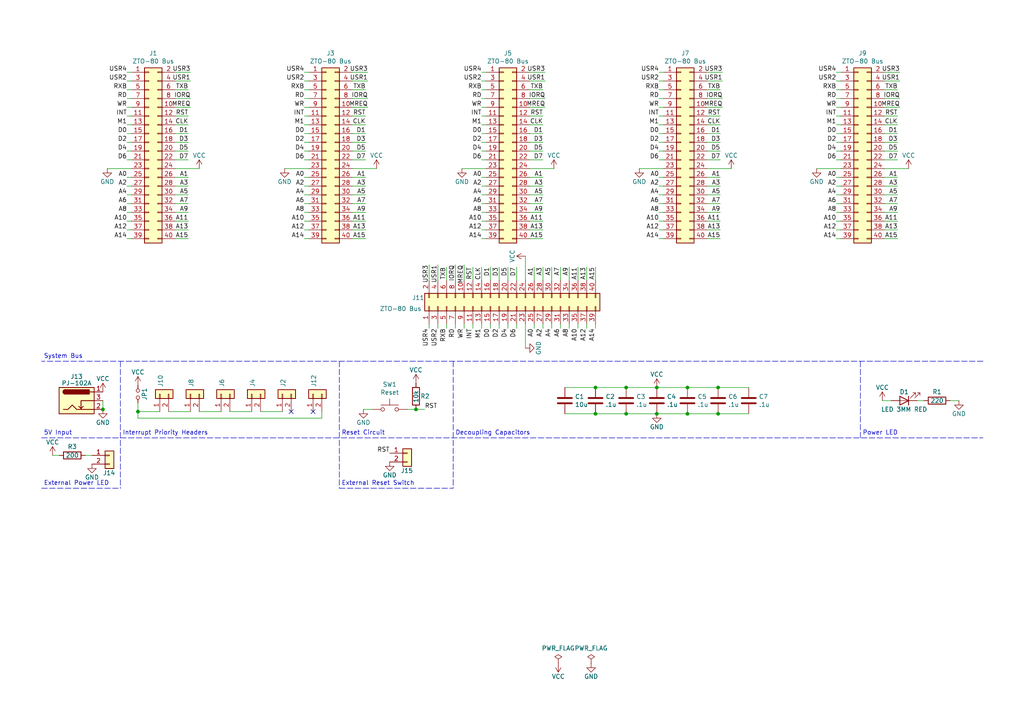
<source format=kicad_sch>
(kicad_sch (version 20211123) (generator eeschema)
  (paper "A4")
  (lib_symbols
    (symbol "Connector:Barrel_Jack_Switch" (pin_names hide)
      (property "Reference" "J" (at 0 5.334 0))
      (property "Value" "Barrel_Jack_Switch" (at 0 -5.08 0))
      (symbol "Barrel_Jack_Switch_0_1"
        (rectangle (start -5.08 3.81) (end 5.08 -3.81) (stroke (width 0.254)) (fill (type background)))
        (arc (start -3.302 3.175) (mid -3.937 2.54) (end -3.302 1.905) (stroke (width 0.254)))
        (arc (start -3.302 3.175) (mid -3.937 2.54) (end -3.302 1.905) (stroke (width 0.254)) (fill (type outline)))
        (polyline (pts (xy 1.27 -2.286) (xy 1.905 -1.651)) (stroke (width 0.254)))
        (polyline (pts (xy 5.08 2.54) (xy 3.81 2.54)) (stroke (width 0.254)))
        (polyline (pts (xy 5.08 0) (xy 1.27 0) (xy 1.27 -2.286) (xy 0.635 -1.651)) (stroke (width 0.254)))
        (polyline (pts (xy -3.81 -2.54) (xy -2.54 -2.54) (xy -1.27 -1.27) (xy 0 -2.54) (xy 2.54 -2.54) (xy 5.08 -2.54)) (stroke (width 0.254)))
        (rectangle (start 3.683 3.175) (end -3.302 1.905) (stroke (width 0.254)) (fill (type outline)))
      )
      (symbol "Barrel_Jack_Switch_1_1"
        (pin passive line (at 7.62 2.54 180) (length 2.54) (name "~") (number "1"))
        (pin passive line (at 7.62 -2.54 180) (length 2.54) (name "~") (number "2"))
        (pin passive line (at 7.62 0 180) (length 2.54) (name "~") (number "3"))
      )
    )
    (symbol "Connector_Generic:Conn_01x02" (pin_names (offset 1.016) hide)
      (property "Reference" "J" (at 0 2.54 0))
      (property "Value" "Conn_01x02" (at 0 -5.08 0))
      (symbol "Conn_01x02_1_1"
        (rectangle (start -1.27 -2.413) (end 0 -2.667) (stroke (width 0.1524)))
        (rectangle (start -1.27 0.127) (end 0 -0.127) (stroke (width 0.1524)))
        (rectangle (start -1.27 1.27) (end 1.27 -3.81) (stroke (width 0.254)) (fill (type background)))
        (pin passive line (at -5.08 0 0) (length 3.81) (name "Pin_1") (number "1"))
        (pin passive line (at -5.08 -2.54 0) (length 3.81) (name "Pin_2") (number "2"))
      )
    )
    (symbol "Connector_Generic:Conn_02x20_Odd_Even" (pin_names (offset 1.016) hide)
      (property "Reference" "J" (at 1.27 25.4 0))
      (property "Value" "Conn_02x20_Odd_Even" (at 1.27 -27.94 0))
      (symbol "Conn_02x20_Odd_Even_1_1"
        (rectangle (start -1.27 -25.273) (end 0 -25.527) (stroke (width 0.1524)))
        (rectangle (start -1.27 -22.733) (end 0 -22.987) (stroke (width 0.1524)))
        (rectangle (start -1.27 -20.193) (end 0 -20.447) (stroke (width 0.1524)))
        (rectangle (start -1.27 -17.653) (end 0 -17.907) (stroke (width 0.1524)))
        (rectangle (start -1.27 -15.113) (end 0 -15.367) (stroke (width 0.1524)))
        (rectangle (start -1.27 -12.573) (end 0 -12.827) (stroke (width 0.1524)))
        (rectangle (start -1.27 -10.033) (end 0 -10.287) (stroke (width 0.1524)))
        (rectangle (start -1.27 -7.493) (end 0 -7.747) (stroke (width 0.1524)))
        (rectangle (start -1.27 -4.953) (end 0 -5.207) (stroke (width 0.1524)))
        (rectangle (start -1.27 -2.413) (end 0 -2.667) (stroke (width 0.1524)))
        (rectangle (start -1.27 0.127) (end 0 -0.127) (stroke (width 0.1524)))
        (rectangle (start -1.27 2.667) (end 0 2.413) (stroke (width 0.1524)))
        (rectangle (start -1.27 5.207) (end 0 4.953) (stroke (width 0.1524)))
        (rectangle (start -1.27 7.747) (end 0 7.493) (stroke (width 0.1524)))
        (rectangle (start -1.27 10.287) (end 0 10.033) (stroke (width 0.1524)))
        (rectangle (start -1.27 12.827) (end 0 12.573) (stroke (width 0.1524)))
        (rectangle (start -1.27 15.367) (end 0 15.113) (stroke (width 0.1524)))
        (rectangle (start -1.27 17.907) (end 0 17.653) (stroke (width 0.1524)))
        (rectangle (start -1.27 20.447) (end 0 20.193) (stroke (width 0.1524)))
        (rectangle (start -1.27 22.987) (end 0 22.733) (stroke (width 0.1524)))
        (rectangle (start -1.27 24.13) (end 3.81 -26.67) (stroke (width 0.254)) (fill (type background)))
        (rectangle (start 3.81 -25.273) (end 2.54 -25.527) (stroke (width 0.1524)))
        (rectangle (start 3.81 -22.733) (end 2.54 -22.987) (stroke (width 0.1524)))
        (rectangle (start 3.81 -20.193) (end 2.54 -20.447) (stroke (width 0.1524)))
        (rectangle (start 3.81 -17.653) (end 2.54 -17.907) (stroke (width 0.1524)))
        (rectangle (start 3.81 -15.113) (end 2.54 -15.367) (stroke (width 0.1524)))
        (rectangle (start 3.81 -12.573) (end 2.54 -12.827) (stroke (width 0.1524)))
        (rectangle (start 3.81 -10.033) (end 2.54 -10.287) (stroke (width 0.1524)))
        (rectangle (start 3.81 -7.493) (end 2.54 -7.747) (stroke (width 0.1524)))
        (rectangle (start 3.81 -4.953) (end 2.54 -5.207) (stroke (width 0.1524)))
        (rectangle (start 3.81 -2.413) (end 2.54 -2.667) (stroke (width 0.1524)))
        (rectangle (start 3.81 0.127) (end 2.54 -0.127) (stroke (width 0.1524)))
        (rectangle (start 3.81 2.667) (end 2.54 2.413) (stroke (width 0.1524)))
        (rectangle (start 3.81 5.207) (end 2.54 4.953) (stroke (width 0.1524)))
        (rectangle (start 3.81 7.747) (end 2.54 7.493) (stroke (width 0.1524)))
        (rectangle (start 3.81 10.287) (end 2.54 10.033) (stroke (width 0.1524)))
        (rectangle (start 3.81 12.827) (end 2.54 12.573) (stroke (width 0.1524)))
        (rectangle (start 3.81 15.367) (end 2.54 15.113) (stroke (width 0.1524)))
        (rectangle (start 3.81 17.907) (end 2.54 17.653) (stroke (width 0.1524)))
        (rectangle (start 3.81 20.447) (end 2.54 20.193) (stroke (width 0.1524)))
        (rectangle (start 3.81 22.987) (end 2.54 22.733) (stroke (width 0.1524)))
        (pin passive line (at -5.08 22.86 0) (length 3.81) (name "Pin_1") (number "1"))
        (pin passive line (at 7.62 12.7 180) (length 3.81) (name "Pin_10") (number "10"))
        (pin passive line (at -5.08 10.16 0) (length 3.81) (name "Pin_11") (number "11"))
        (pin passive line (at 7.62 10.16 180) (length 3.81) (name "Pin_12") (number "12"))
        (pin passive line (at -5.08 7.62 0) (length 3.81) (name "Pin_13") (number "13"))
        (pin passive line (at 7.62 7.62 180) (length 3.81) (name "Pin_14") (number "14"))
        (pin passive line (at -5.08 5.08 0) (length 3.81) (name "Pin_15") (number "15"))
        (pin passive line (at 7.62 5.08 180) (length 3.81) (name "Pin_16") (number "16"))
        (pin passive line (at -5.08 2.54 0) (length 3.81) (name "Pin_17") (number "17"))
        (pin passive line (at 7.62 2.54 180) (length 3.81) (name "Pin_18") (number "18"))
        (pin passive line (at -5.08 0 0) (length 3.81) (name "Pin_19") (number "19"))
        (pin passive line (at 7.62 22.86 180) (length 3.81) (name "Pin_2") (number "2"))
        (pin passive line (at 7.62 0 180) (length 3.81) (name "Pin_20") (number "20"))
        (pin passive line (at -5.08 -2.54 0) (length 3.81) (name "Pin_21") (number "21"))
        (pin passive line (at 7.62 -2.54 180) (length 3.81) (name "Pin_22") (number "22"))
        (pin passive line (at -5.08 -5.08 0) (length 3.81) (name "Pin_23") (number "23"))
        (pin passive line (at 7.62 -5.08 180) (length 3.81) (name "Pin_24") (number "24"))
        (pin passive line (at -5.08 -7.62 0) (length 3.81) (name "Pin_25") (number "25"))
        (pin passive line (at 7.62 -7.62 180) (length 3.81) (name "Pin_26") (number "26"))
        (pin passive line (at -5.08 -10.16 0) (length 3.81) (name "Pin_27") (number "27"))
        (pin passive line (at 7.62 -10.16 180) (length 3.81) (name "Pin_28") (number "28"))
        (pin passive line (at -5.08 -12.7 0) (length 3.81) (name "Pin_29") (number "29"))
        (pin passive line (at -5.08 20.32 0) (length 3.81) (name "Pin_3") (number "3"))
        (pin passive line (at 7.62 -12.7 180) (length 3.81) (name "Pin_30") (number "30"))
        (pin passive line (at -5.08 -15.24 0) (length 3.81) (name "Pin_31") (number "31"))
        (pin passive line (at 7.62 -15.24 180) (length 3.81) (name "Pin_32") (number "32"))
        (pin passive line (at -5.08 -17.78 0) (length 3.81) (name "Pin_33") (number "33"))
        (pin passive line (at 7.62 -17.78 180) (length 3.81) (name "Pin_34") (number "34"))
        (pin passive line (at -5.08 -20.32 0) (length 3.81) (name "Pin_35") (number "35"))
        (pin passive line (at 7.62 -20.32 180) (length 3.81) (name "Pin_36") (number "36"))
        (pin passive line (at -5.08 -22.86 0) (length 3.81) (name "Pin_37") (number "37"))
        (pin passive line (at 7.62 -22.86 180) (length 3.81) (name "Pin_38") (number "38"))
        (pin passive line (at -5.08 -25.4 0) (length 3.81) (name "Pin_39") (number "39"))
        (pin passive line (at 7.62 20.32 180) (length 3.81) (name "Pin_4") (number "4"))
        (pin passive line (at 7.62 -25.4 180) (length 3.81) (name "Pin_40") (number "40"))
        (pin passive line (at -5.08 17.78 0) (length 3.81) (name "Pin_5") (number "5"))
        (pin passive line (at 7.62 17.78 180) (length 3.81) (name "Pin_6") (number "6"))
        (pin passive line (at -5.08 15.24 0) (length 3.81) (name "Pin_7") (number "7"))
        (pin passive line (at 7.62 15.24 180) (length 3.81) (name "Pin_8") (number "8"))
        (pin passive line (at -5.08 12.7 0) (length 3.81) (name "Pin_9") (number "9"))
      )
    )
    (symbol "Device:C" (pin_numbers hide) (pin_names (offset 0.254))
      (property "Reference" "C" (at 0.635 2.54 0))
      (property "Value" "C" (at 0.635 -2.54 0))
      (symbol "C_0_1"
        (polyline (pts (xy -2.032 -0.762) (xy 2.032 -0.762)) (stroke (width 0.508)))
        (polyline (pts (xy -2.032 0.762) (xy 2.032 0.762)) (stroke (width 0.508)))
      )
      (symbol "C_1_1"
        (pin passive line (at 0 3.81 270) (length 2.794) (name "~") (number "1"))
        (pin passive line (at 0 -3.81 90) (length 2.794) (name "~") (number "2"))
      )
    )
    (symbol "Device:LED" (pin_numbers hide) (pin_names (offset 1.016) hide)
      (property "Reference" "D" (at 0 2.54 0))
      (property "Value" "LED" (at 0 -2.54 0))
      (symbol "LED_0_1"
        (polyline (pts (xy -1.27 -1.27) (xy -1.27 1.27)) (stroke (width 0.254)))
        (polyline (pts (xy -1.27 0) (xy 1.27 0)))
        (polyline (pts (xy 1.27 -1.27) (xy 1.27 1.27) (xy -1.27 0) (xy 1.27 -1.27)) (stroke (width 0.254)))
        (polyline (pts (xy -3.048 -0.762) (xy -4.572 -2.286) (xy -3.81 -2.286) (xy -4.572 -2.286) (xy -4.572 -1.524)))
        (polyline (pts (xy -1.778 -0.762) (xy -3.302 -2.286) (xy -2.54 -2.286) (xy -3.302 -2.286) (xy -3.302 -1.524)))
      )
      (symbol "LED_1_1"
        (pin passive line (at -3.81 0 0) (length 2.54) (name "K") (number "1"))
        (pin passive line (at 3.81 0 180) (length 2.54) (name "A") (number "2"))
      )
    )
    (symbol "Device:R" (pin_numbers hide) (pin_names (offset 0))
      (property "Reference" "R" (at 2.032 0 90))
      (property "Value" "R" (at 0 0 90))
      (symbol "R_0_1"
        (rectangle (start -1.016 -2.54) (end 1.016 2.54) (stroke (width 0.254)))
      )
      (symbol "R_1_1"
        (pin passive line (at 0 3.81 270) (length 1.27) (name "~") (number "1"))
        (pin passive line (at 0 -3.81 90) (length 1.27) (name "~") (number "2"))
      )
    )
    (symbol "Switch:SW_Push" (pin_numbers hide) (pin_names (offset 1.016) hide)
      (property "Reference" "SW" (at 1.27 2.54 0))
      (property "Value" "SW_Push" (at 0 -1.524 0))
      (symbol "SW_Push_0_1"
        (circle (center -2.032 0) (radius 0.508))
        (polyline (pts (xy 0 1.27) (xy 0 3.048)))
        (polyline (pts (xy 2.54 1.27) (xy -2.54 1.27)))
        (circle (center 2.032 0) (radius 0.508))
        (pin passive line (at -5.08 0 0) (length 2.54) (name "1") (number "1"))
        (pin passive line (at 5.08 0 180) (length 2.54) (name "2") (number "2"))
      )
    )
    (symbol "ZTO-80-SBC-Backplane-rescue:Jumper_NO_Small-Device" (pin_numbers hide) (pin_names (offset 0.762) hide)
      (property "Reference" "JP" (at 0 2.032 0))
      (property "Value" "Jumper_NO_Small-Device" (at 0.254 -1.524 0))
      (symbol "Jumper_NO_Small-Device_0_1"
        (circle (center -1.016 0) (radius 0.508))
        (circle (center 1.016 0) (radius 0.508))
        (pin passive line (at -2.54 0 0) (length 1.016) (name "1") (number "1"))
        (pin passive line (at 2.54 0 180) (length 1.016) (name "2") (number "2"))
      )
    )
    (symbol "power:GND" (power) (pin_names (offset 0))
      (property "Value" "GND" (at 0 -3.81 0))
      (symbol "GND_0_1"
        (polyline (pts (xy 0 0) (xy 0 -1.27) (xy 1.27 -1.27) (xy 0 -2.54) (xy -1.27 -1.27) (xy 0 -1.27)))
      )
      (symbol "GND_1_1"
        (pin power_in line (at 0 0 270) (length 0) hide (name "GND") (number "1"))
      )
    )
    (symbol "power:PWR_FLAG" (power) (pin_numbers hide) (pin_names (offset 0) hide)
      (property "Value" "PWR_FLAG" (at 0 3.81 0))
      (symbol "PWR_FLAG_0_0"
        (pin power_out line (at 0 0 90) (length 0) (name "pwr") (number "1"))
      )
      (symbol "PWR_FLAG_0_1"
        (polyline (pts (xy 0 0) (xy 0 1.27) (xy -1.016 1.905) (xy 0 2.54) (xy 1.016 1.905) (xy 0 1.27)))
      )
    )
    (symbol "power:VCC" (power) (pin_names (offset 0))
      (property "Value" "VCC" (at 0 3.81 0))
      (symbol "VCC_0_1"
        (polyline (pts (xy -0.762 1.27) (xy 0 2.54)))
        (polyline (pts (xy 0 0) (xy 0 2.54)))
        (polyline (pts (xy 0 2.54) (xy 0.762 1.27)))
      )
      (symbol "VCC_1_1"
        (pin power_in line (at 0 0 90) (length 0) hide (name "VCC") (number "1"))
      )
    )
  )
  (junction (at 120.65 118.745))
  (junction (at 208.28 112.395))
  (junction (at 40.005 119.38))
  (junction (at 199.39 120.015))
  (junction (at 190.5 112.395))
  (junction (at 172.72 120.015))
  (junction (at 29.845 118.745))
  (junction (at 199.39 112.395))
  (junction (at 190.5 120.015))
  (junction (at 181.61 112.395))
  (junction (at 172.72 112.395))
  (junction (at 208.28 120.015))
  (junction (at 181.61 120.015))
  (no_connect (at 84.455 119.38))
  (no_connect (at 90.805 119.38))
  (wire (pts (xy 38.1 33.655) (xy 36.83 33.655)))
  (wire (pts (xy 48.895 119.38) (xy 55.245 119.38)))
  (wire (pts (xy 192.405 33.655) (xy 191.135 33.655)))
  (wire (pts (xy 192.405 31.115) (xy 191.135 31.115)))
  (wire (pts (xy 38.1 64.135) (xy 36.83 64.135)))
  (wire (pts (xy 256.54 43.815) (xy 260.35 43.815)))
  (polyline (pts (xy 34.925 104.775) (xy 34.925 141.605)))
  (wire (pts (xy 50.8 56.515) (xy 54.61 56.515)))
  (wire (pts (xy 89.535 61.595) (xy 88.265 61.595)))
  (wire (pts (xy 192.405 23.495) (xy 191.135 23.495)))
  (wire (pts (xy 205.105 33.655) (xy 208.915 33.655)))
  (wire (pts (xy 89.535 38.735) (xy 88.265 38.735)))
  (wire (pts (xy 260.985 20.955) (xy 256.54 20.955)))
  (wire (pts (xy 38.1 20.955) (xy 36.83 20.955)))
  (wire (pts (xy 140.97 56.515) (xy 139.7 56.515)))
  (wire (pts (xy 263.525 48.895) (xy 256.54 48.895)))
  (wire (pts (xy 256.54 41.275) (xy 260.35 41.275)))
  (polyline (pts (xy 12.065 127) (xy 285.115 127)))
  (wire (pts (xy 154.94 81.28) (xy 154.94 77.47)))
  (wire (pts (xy 243.84 41.275) (xy 242.57 41.275)))
  (wire (pts (xy 102.235 51.435) (xy 106.045 51.435)))
  (wire (pts (xy 124.46 93.98) (xy 124.46 95.25)))
  (wire (pts (xy 266.065 116.205) (xy 267.97 116.205)))
  (wire (pts (xy 275.59 116.205) (xy 278.13 116.205)))
  (wire (pts (xy 162.56 93.98) (xy 162.56 95.25)))
  (wire (pts (xy 50.8 61.595) (xy 54.61 61.595)))
  (wire (pts (xy 163.83 112.395) (xy 172.72 112.395)))
  (wire (pts (xy 243.84 28.575) (xy 242.57 28.575)))
  (wire (pts (xy 144.78 93.98) (xy 144.78 95.25)))
  (wire (pts (xy 205.105 36.195) (xy 208.915 36.195)))
  (wire (pts (xy 192.405 69.215) (xy 191.135 69.215)))
  (wire (pts (xy 102.235 46.355) (xy 106.045 46.355)))
  (wire (pts (xy 255.905 116.205) (xy 258.445 116.205)))
  (wire (pts (xy 102.235 64.135) (xy 106.045 64.135)))
  (wire (pts (xy 50.8 69.215) (xy 54.61 69.215)))
  (wire (pts (xy 157.48 93.98) (xy 157.48 95.25)))
  (wire (pts (xy 160.02 93.98) (xy 160.02 95.25)))
  (wire (pts (xy 205.105 66.675) (xy 208.915 66.675)))
  (wire (pts (xy 89.535 66.675) (xy 88.265 66.675)))
  (wire (pts (xy 243.84 26.035) (xy 242.57 26.035)))
  (wire (pts (xy 55.245 28.575) (xy 50.8 28.575)))
  (wire (pts (xy 89.535 41.275) (xy 88.265 41.275)))
  (wire (pts (xy 50.8 59.055) (xy 54.61 59.055)))
  (wire (pts (xy 243.84 53.975) (xy 242.57 53.975)))
  (wire (pts (xy 140.97 26.035) (xy 139.7 26.035)))
  (wire (pts (xy 205.105 56.515) (xy 208.915 56.515)))
  (wire (pts (xy 153.67 33.655) (xy 157.48 33.655)))
  (wire (pts (xy 192.405 36.195) (xy 191.135 36.195)))
  (wire (pts (xy 38.1 31.115) (xy 36.83 31.115)))
  (wire (pts (xy 89.535 51.435) (xy 88.265 51.435)))
  (wire (pts (xy 137.16 93.98) (xy 137.16 95.25)))
  (wire (pts (xy 106.68 28.575) (xy 102.235 28.575)))
  (wire (pts (xy 256.54 61.595) (xy 260.35 61.595)))
  (wire (pts (xy 157.48 26.035) (xy 153.67 26.035)))
  (wire (pts (xy 209.55 20.955) (xy 205.105 20.955)))
  (wire (pts (xy 140.97 46.355) (xy 139.7 46.355)))
  (wire (pts (xy 89.535 48.895) (xy 82.55 48.895)))
  (wire (pts (xy 102.235 36.195) (xy 106.045 36.195)))
  (wire (pts (xy 118.11 118.745) (xy 120.65 118.745)))
  (wire (pts (xy 38.1 56.515) (xy 36.83 56.515)))
  (wire (pts (xy 243.84 31.115) (xy 242.57 31.115)))
  (wire (pts (xy 134.62 76.835) (xy 134.62 81.28)))
  (wire (pts (xy 256.54 51.435) (xy 260.35 51.435)))
  (wire (pts (xy 102.235 59.055) (xy 106.045 59.055)))
  (wire (pts (xy 140.97 53.975) (xy 139.7 53.975)))
  (wire (pts (xy 50.8 64.135) (xy 54.61 64.135)))
  (wire (pts (xy 256.54 33.655) (xy 260.35 33.655)))
  (wire (pts (xy 75.565 119.38) (xy 81.915 119.38)))
  (wire (pts (xy 152.4 93.98) (xy 152.4 100.965)))
  (wire (pts (xy 152.4 74.295) (xy 152.4 81.28)))
  (wire (pts (xy 153.67 53.975) (xy 157.48 53.975)))
  (wire (pts (xy 154.94 93.98) (xy 154.94 95.25)))
  (wire (pts (xy 165.1 93.98) (xy 165.1 95.25)))
  (wire (pts (xy 102.235 69.215) (xy 106.045 69.215)))
  (wire (pts (xy 212.09 48.895) (xy 205.105 48.895)))
  (wire (pts (xy 50.8 36.195) (xy 54.61 36.195)))
  (wire (pts (xy 192.405 20.955) (xy 191.135 20.955)))
  (wire (pts (xy 205.105 41.275) (xy 208.915 41.275)))
  (wire (pts (xy 89.535 53.975) (xy 88.265 53.975)))
  (wire (pts (xy 167.64 81.28) (xy 167.64 77.47)))
  (wire (pts (xy 93.345 121.285) (xy 93.345 119.38)))
  (wire (pts (xy 158.115 23.495) (xy 153.67 23.495)))
  (wire (pts (xy 192.405 59.055) (xy 191.135 59.055)))
  (wire (pts (xy 192.405 64.135) (xy 191.135 64.135)))
  (wire (pts (xy 38.1 23.495) (xy 36.83 23.495)))
  (wire (pts (xy 243.84 46.355) (xy 242.57 46.355)))
  (wire (pts (xy 192.405 41.275) (xy 191.135 41.275)))
  (wire (pts (xy 140.97 38.735) (xy 139.7 38.735)))
  (wire (pts (xy 192.405 56.515) (xy 191.135 56.515)))
  (wire (pts (xy 205.105 64.135) (xy 208.915 64.135)))
  (wire (pts (xy 153.67 64.135) (xy 157.48 64.135)))
  (wire (pts (xy 140.97 64.135) (xy 139.7 64.135)))
  (wire (pts (xy 132.08 76.835) (xy 132.08 81.28)))
  (wire (pts (xy 140.97 69.215) (xy 139.7 69.215)))
  (wire (pts (xy 181.61 112.395) (xy 190.5 112.395)))
  (wire (pts (xy 140.97 28.575) (xy 139.7 28.575)))
  (wire (pts (xy 106.045 26.035) (xy 102.235 26.035)))
  (wire (pts (xy 46.355 119.38) (xy 40.005 119.38)))
  (wire (pts (xy 192.405 43.815) (xy 191.135 43.815)))
  (wire (pts (xy 38.1 53.975) (xy 36.83 53.975)))
  (wire (pts (xy 102.235 41.275) (xy 106.045 41.275)))
  (wire (pts (xy 134.62 93.98) (xy 134.62 95.25)))
  (wire (pts (xy 50.8 51.435) (xy 54.61 51.435)))
  (wire (pts (xy 153.67 66.675) (xy 157.48 66.675)))
  (wire (pts (xy 38.1 46.355) (xy 36.83 46.355)))
  (wire (pts (xy 57.785 48.895) (xy 50.8 48.895)))
  (wire (pts (xy 102.235 66.675) (xy 106.045 66.675)))
  (wire (pts (xy 153.67 59.055) (xy 157.48 59.055)))
  (wire (pts (xy 172.72 112.395) (xy 181.61 112.395)))
  (wire (pts (xy 89.535 23.495) (xy 88.265 23.495)))
  (wire (pts (xy 243.84 43.815) (xy 242.57 43.815)))
  (wire (pts (xy 139.7 93.98) (xy 139.7 95.25)))
  (wire (pts (xy 260.985 28.575) (xy 256.54 28.575)))
  (wire (pts (xy 38.1 69.215) (xy 36.83 69.215)))
  (polyline (pts (xy 285.115 104.775) (xy 12.065 104.775)))
  (wire (pts (xy 144.78 81.28) (xy 144.78 77.47)))
  (wire (pts (xy 256.54 66.675) (xy 260.35 66.675)))
  (wire (pts (xy 140.97 36.195) (xy 139.7 36.195)))
  (wire (pts (xy 243.84 56.515) (xy 242.57 56.515)))
  (wire (pts (xy 209.55 28.575) (xy 205.105 28.575)))
  (wire (pts (xy 260.985 23.495) (xy 256.54 23.495)))
  (wire (pts (xy 24.765 132.08) (xy 26.67 132.08)))
  (wire (pts (xy 140.97 41.275) (xy 139.7 41.275)))
  (wire (pts (xy 147.32 93.98) (xy 147.32 95.25)))
  (wire (pts (xy 106.68 23.495) (xy 102.235 23.495)))
  (wire (pts (xy 205.105 51.435) (xy 208.915 51.435)))
  (wire (pts (xy 243.84 61.595) (xy 242.57 61.595)))
  (wire (pts (xy 153.67 36.195) (xy 157.48 36.195)))
  (wire (pts (xy 190.5 120.015) (xy 181.61 120.015)))
  (wire (pts (xy 205.105 59.055) (xy 208.915 59.055)))
  (wire (pts (xy 243.84 20.955) (xy 242.57 20.955)))
  (wire (pts (xy 137.16 81.28) (xy 137.16 77.47)))
  (wire (pts (xy 142.24 81.28) (xy 142.24 77.47)))
  (wire (pts (xy 102.235 43.815) (xy 106.045 43.815)))
  (wire (pts (xy 199.39 120.015) (xy 190.5 120.015)))
  (wire (pts (xy 38.1 48.895) (xy 31.115 48.895)))
  (wire (pts (xy 160.02 81.28) (xy 160.02 77.47)))
  (wire (pts (xy 208.28 112.395) (xy 217.17 112.395)))
  (polyline (pts (xy 131.445 104.775) (xy 131.445 141.605)))
  (wire (pts (xy 172.72 81.28) (xy 172.72 77.47)))
  (wire (pts (xy 89.535 33.655) (xy 88.265 33.655)))
  (wire (pts (xy 120.65 118.745) (xy 123.19 118.745)))
  (wire (pts (xy 256.54 36.195) (xy 260.35 36.195)))
  (wire (pts (xy 209.55 23.495) (xy 205.105 23.495)))
  (wire (pts (xy 140.97 20.955) (xy 139.7 20.955)))
  (wire (pts (xy 106.68 20.955) (xy 102.235 20.955)))
  (wire (pts (xy 40.005 121.285) (xy 40.005 119.38)))
  (wire (pts (xy 243.84 33.655) (xy 242.57 33.655)))
  (wire (pts (xy 50.8 33.655) (xy 54.61 33.655)))
  (wire (pts (xy 50.8 53.975) (xy 54.61 53.975)))
  (wire (pts (xy 38.1 59.055) (xy 36.83 59.055)))
  (wire (pts (xy 192.405 48.895) (xy 185.42 48.895)))
  (wire (pts (xy 89.535 56.515) (xy 88.265 56.515)))
  (wire (pts (xy 54.61 26.035) (xy 50.8 26.035)))
  (wire (pts (xy 192.405 53.975) (xy 191.135 53.975)))
  (wire (pts (xy 208.28 120.015) (xy 199.39 120.015)))
  (wire (pts (xy 66.675 119.38) (xy 73.025 119.38)))
  (wire (pts (xy 153.67 56.515) (xy 157.48 56.515)))
  (polyline (pts (xy 12.065 141.605) (xy 34.925 141.605)))
  (wire (pts (xy 153.67 41.275) (xy 157.48 41.275)))
  (wire (pts (xy 160.655 48.895) (xy 153.67 48.895)))
  (wire (pts (xy 55.245 31.115) (xy 50.8 31.115)))
  (wire (pts (xy 208.915 26.035) (xy 205.105 26.035)))
  (wire (pts (xy 129.54 93.98) (xy 129.54 95.25)))
  (wire (pts (xy 205.105 53.975) (xy 208.915 53.975)))
  (wire (pts (xy 205.105 61.595) (xy 208.915 61.595)))
  (wire (pts (xy 260.35 26.035) (xy 256.54 26.035)))
  (wire (pts (xy 140.97 31.115) (xy 139.7 31.115)))
  (wire (pts (xy 38.1 38.735) (xy 36.83 38.735)))
  (wire (pts (xy 153.67 61.595) (xy 157.48 61.595)))
  (wire (pts (xy 147.32 81.28) (xy 147.32 77.47)))
  (wire (pts (xy 38.1 43.815) (xy 36.83 43.815)))
  (wire (pts (xy 55.245 23.495) (xy 50.8 23.495)))
  (wire (pts (xy 89.535 28.575) (xy 88.265 28.575)))
  (wire (pts (xy 105.41 118.745) (xy 107.95 118.745)))
  (wire (pts (xy 50.8 43.815) (xy 54.61 43.815)))
  (wire (pts (xy 50.8 66.675) (xy 54.61 66.675)))
  (polyline (pts (xy 98.425 104.775) (xy 98.425 141.605)))
  (wire (pts (xy 40.005 121.285) (xy 93.345 121.285)))
  (wire (pts (xy 89.535 36.195) (xy 88.265 36.195)))
  (wire (pts (xy 89.535 46.355) (xy 88.265 46.355)))
  (wire (pts (xy 181.61 120.015) (xy 172.72 120.015)))
  (wire (pts (xy 260.985 31.115) (xy 256.54 31.115)))
  (wire (pts (xy 102.235 53.975) (xy 106.045 53.975)))
  (wire (pts (xy 89.535 20.955) (xy 88.265 20.955)))
  (wire (pts (xy 192.405 51.435) (xy 191.135 51.435)))
  (wire (pts (xy 256.54 59.055) (xy 260.35 59.055)))
  (wire (pts (xy 153.67 38.735) (xy 157.48 38.735)))
  (wire (pts (xy 192.405 61.595) (xy 191.135 61.595)))
  (wire (pts (xy 153.67 43.815) (xy 157.48 43.815)))
  (wire (pts (xy 243.84 59.055) (xy 242.57 59.055)))
  (wire (pts (xy 192.405 38.735) (xy 191.135 38.735)))
  (wire (pts (xy 89.535 59.055) (xy 88.265 59.055)))
  (wire (pts (xy 127 76.835) (xy 127 81.28)))
  (wire (pts (xy 243.84 69.215) (xy 242.57 69.215)))
  (wire (pts (xy 38.1 51.435) (xy 36.83 51.435)))
  (wire (pts (xy 102.235 56.515) (xy 106.045 56.515)))
  (wire (pts (xy 55.245 20.955) (xy 50.8 20.955)))
  (wire (pts (xy 167.64 93.98) (xy 167.64 95.25)))
  (wire (pts (xy 192.405 28.575) (xy 191.135 28.575)))
  (wire (pts (xy 38.1 61.595) (xy 36.83 61.595)))
  (wire (pts (xy 142.24 93.98) (xy 142.24 95.25)))
  (wire (pts (xy 140.97 61.595) (xy 139.7 61.595)))
  (wire (pts (xy 38.1 41.275) (xy 36.83 41.275)))
  (wire (pts (xy 190.5 112.395) (xy 199.39 112.395)))
  (wire (pts (xy 38.1 66.675) (xy 36.83 66.675)))
  (wire (pts (xy 15.24 132.08) (xy 17.145 132.08)))
  (wire (pts (xy 153.67 69.215) (xy 157.48 69.215)))
  (wire (pts (xy 256.54 53.975) (xy 260.35 53.975)))
  (wire (pts (xy 140.97 33.655) (xy 139.7 33.655)))
  (wire (pts (xy 29.845 118.745) (xy 29.845 116.205)))
  (wire (pts (xy 243.84 64.135) (xy 242.57 64.135)))
  (wire (pts (xy 256.54 56.515) (xy 260.35 56.515)))
  (wire (pts (xy 102.235 38.735) (xy 106.045 38.735)))
  (wire (pts (xy 109.22 48.895) (xy 102.235 48.895)))
  (wire (pts (xy 192.405 26.035) (xy 191.135 26.035)))
  (wire (pts (xy 50.8 41.275) (xy 54.61 41.275)))
  (wire (pts (xy 140.97 59.055) (xy 139.7 59.055)))
  (wire (pts (xy 140.97 51.435) (xy 139.7 51.435)))
  (wire (pts (xy 38.1 26.035) (xy 36.83 26.035)))
  (wire (pts (xy 192.405 66.675) (xy 191.135 66.675)))
  (wire (pts (xy 158.115 31.115) (xy 153.67 31.115)))
  (wire (pts (xy 170.18 81.28) (xy 170.18 77.47)))
  (wire (pts (xy 153.67 51.435) (xy 157.48 51.435)))
  (wire (pts (xy 57.785 119.38) (xy 64.135 119.38)))
  (wire (pts (xy 124.46 76.835) (xy 124.46 81.28)))
  (wire (pts (xy 89.535 26.035) (xy 88.265 26.035)))
  (wire (pts (xy 153.67 46.355) (xy 157.48 46.355)))
  (wire (pts (xy 50.8 46.355) (xy 54.61 46.355)))
  (wire (pts (xy 205.105 38.735) (xy 208.915 38.735)))
  (wire (pts (xy 89.535 43.815) (xy 88.265 43.815)))
  (wire (pts (xy 158.115 20.955) (xy 153.67 20.955)))
  (wire (pts (xy 256.54 46.355) (xy 260.35 46.355)))
  (wire (pts (xy 158.115 28.575) (xy 153.67 28.575)))
  (wire (pts (xy 172.72 120.015) (xy 163.83 120.015)))
  (wire (pts (xy 205.105 43.815) (xy 208.915 43.815)))
  (wire (pts (xy 106.68 31.115) (xy 102.235 31.115)))
  (wire (pts (xy 50.8 38.735) (xy 54.61 38.735)))
  (wire (pts (xy 256.54 38.735) (xy 260.35 38.735)))
  (wire (pts (xy 199.39 112.395) (xy 208.28 112.395)))
  (wire (pts (xy 89.535 69.215) (xy 88.265 69.215)))
  (wire (pts (xy 205.105 46.355) (xy 208.915 46.355)))
  (wire (pts (xy 243.84 48.895) (xy 236.855 48.895)))
  (wire (pts (xy 243.84 51.435) (xy 242.57 51.435)))
  (wire (pts (xy 140.97 66.675) (xy 139.7 66.675)))
  (wire (pts (xy 140.97 23.495) (xy 139.7 23.495)))
  (wire (pts (xy 149.86 81.28) (xy 149.86 77.47)))
  (wire (pts (xy 217.17 120.015) (xy 208.28 120.015)))
  (wire (pts (xy 243.84 23.495) (xy 242.57 23.495)))
  (wire (pts (xy 149.86 93.98) (xy 149.86 95.25)))
  (wire (pts (xy 192.405 46.355) (xy 191.135 46.355)))
  (wire (pts (xy 127 93.98) (xy 127 95.25)))
  (wire (pts (xy 165.1 81.28) (xy 165.1 77.47)))
  (wire (pts (xy 140.97 43.815) (xy 139.7 43.815)))
  (wire (pts (xy 89.535 31.115) (xy 88.265 31.115)))
  (polyline (pts (xy 98.425 141.605) (xy 131.445 141.605)))
  (wire (pts (xy 38.1 36.195) (xy 36.83 36.195)))
  (wire (pts (xy 243.84 36.195) (xy 242.57 36.195)))
  (wire (pts (xy 102.235 33.655) (xy 106.045 33.655)))
  (wire (pts (xy 162.56 81.28) (xy 162.56 77.47)))
  (wire (pts (xy 38.1 28.575) (xy 36.83 28.575)))
  (wire (pts (xy 157.48 81.28) (xy 157.48 77.47)))
  (wire (pts (xy 102.235 61.595) (xy 106.045 61.595)))
  (wire (pts (xy 172.72 93.98) (xy 172.72 95.25)))
  (wire (pts (xy 139.7 81.28) (xy 139.7 77.47)))
  (wire (pts (xy 129.54 77.47) (xy 129.54 81.28)))
  (wire (pts (xy 256.54 69.215) (xy 260.35 69.215)))
  (wire (pts (xy 170.18 93.98) (xy 170.18 95.25)))
  (wire (pts (xy 243.84 38.735) (xy 242.57 38.735)))
  (wire (pts (xy 243.84 66.675) (xy 242.57 66.675)))
  (wire (pts (xy 256.54 64.135) (xy 260.35 64.135)))
  (wire (pts (xy 205.105 69.215) (xy 208.915 69.215)))
  (wire (pts (xy 89.535 64.135) (xy 88.265 64.135)))
  (wire (pts (xy 209.55 31.115) (xy 205.105 31.115)))
  (wire (pts (xy 40.005 119.38) (xy 40.005 116.84)))
  (wire (pts (xy 140.97 48.895) (xy 133.985 48.895)))
  (wire (pts (xy 132.08 93.98) (xy 132.08 95.25)))
  (polyline (pts (xy 249.555 104.775) (xy 249.555 127)))
  (text "Power LED" (at 250.19 126.365 0) (effects (font (size 1.27 1.27)) (justify left bottom)))
  (text "External Reset Switch" (at 99.06 140.97 0) (effects (font (size 1.27 1.27)) (justify left bottom)))
  (text "System Bus" (at 12.7 104.14 0) (effects (font (size 1.27 1.27)) (justify left bottom)))
  (text "External Power LED" (at 12.7 140.97 0) (effects (font (size 1.27 1.27)) (justify left bottom)))
  (text "Interrupt Priority Headers" (at 35.56 126.365 0) (effects (font (size 1.27 1.27)) (justify left bottom)))
  (text "5V Input" (at 12.7 126.365 0) (effects (font (size 1.27 1.27)) (justify left bottom)))
  (text "Decoupling Capacitors" (at 132.08 126.365 0) (effects (font (size 1.27 1.27)) (justify left bottom)))
  (text "Reset Circuit" (at 99.06 126.365 0) (effects (font (size 1.27 1.27)) (justify left bottom)))
  (label "RD" (at 191.135 28.575 180))
  (label "A14" (at 139.7 69.215 180))
  (label "A10" (at 167.64 95.25 270))
  (label "D2" (at 88.265 41.275 180))
  (label "MREQ" (at 260.985 31.115 180))
  (label "A9" (at 165.1 77.47 270))
  (label "D3" (at 260.35 41.275 180))
  (label "INT" (at 36.83 33.655 180))
  (label "RST" (at 157.48 33.655 180))
  (label "A15" (at 54.61 69.215 180))
  (label "A13" (at 170.18 77.47 270))
  (label "D2" (at 191.135 41.275 180))
  (label "USR2" (at 191.135 23.495 180))
  (label "A12" (at 191.135 66.675 180))
  (label "D4" (at 242.57 43.815 180))
  (label "A4" (at 139.7 56.515 180))
  (label "A15" (at 106.045 69.215 180))
  (label "A1" (at 208.915 51.435 180))
  (label "RXB" (at 36.83 26.035 180))
  (label "A15" (at 260.35 69.215 180))
  (label "IORQ" (at 132.08 76.835 270))
  (label "A2" (at 36.83 53.975 180))
  (label "USR3" (at 209.55 20.955 180))
  (label "A9" (at 260.35 61.595 180))
  (label "A4" (at 191.135 56.515 180))
  (label "A3" (at 54.61 53.975 180))
  (label "IORQ" (at 260.985 28.575 180))
  (label "USR4" (at 124.46 95.25 270))
  (label "RXB" (at 88.265 26.035 180))
  (label "D6" (at 191.135 46.355 180))
  (label "M1" (at 88.265 36.195 180))
  (label "D3" (at 54.61 41.275 180))
  (label "USR1" (at 260.985 23.495 180))
  (label "RD" (at 132.08 95.25 270))
  (label "A1" (at 157.48 51.435 180))
  (label "D4" (at 139.7 43.815 180))
  (label "D0" (at 36.83 38.735 180))
  (label "USR3" (at 158.115 20.955 180))
  (label "A1" (at 260.35 51.435 180))
  (label "IORQ" (at 209.55 28.575 180))
  (label "USR1" (at 127 76.835 270))
  (label "RXB" (at 191.135 26.035 180))
  (label "IORQ" (at 55.245 28.575 180))
  (label "D6" (at 139.7 46.355 180))
  (label "A13" (at 54.61 66.675 180))
  (label "MREQ" (at 158.115 31.115 180))
  (label "TXB" (at 54.61 26.035 180))
  (label "A3" (at 208.915 53.975 180))
  (label "RST" (at 123.19 118.745 0))
  (label "A11" (at 54.61 64.135 180))
  (label "USR2" (at 88.265 23.495 180))
  (label "WR" (at 88.265 31.115 180))
  (label "IORQ" (at 106.68 28.575 180))
  (label "A14" (at 242.57 69.215 180))
  (label "INT" (at 88.265 33.655 180))
  (label "USR3" (at 106.68 20.955 180))
  (label "USR2" (at 139.7 23.495 180))
  (label "A14" (at 191.135 69.215 180))
  (label "A5" (at 157.48 56.515 180))
  (label "USR4" (at 139.7 20.955 180))
  (label "USR4" (at 191.135 20.955 180))
  (label "A2" (at 157.48 95.25 270))
  (label "A11" (at 106.045 64.135 180))
  (label "D1" (at 54.61 38.735 180))
  (label "D6" (at 88.265 46.355 180))
  (label "USR1" (at 106.68 23.495 180))
  (label "A9" (at 157.48 61.595 180))
  (label "M1" (at 139.7 95.25 270))
  (label "A8" (at 88.265 61.595 180))
  (label "D4" (at 147.32 95.25 270))
  (label "D6" (at 242.57 46.355 180))
  (label "RXB" (at 242.57 26.035 180))
  (label "A8" (at 139.7 61.595 180))
  (label "MREQ" (at 209.55 31.115 180))
  (label "A3" (at 106.045 53.975 180))
  (label "A14" (at 88.265 69.215 180))
  (label "A8" (at 165.1 95.25 270))
  (label "D5" (at 54.61 43.815 180))
  (label "D4" (at 36.83 43.815 180))
  (label "USR1" (at 55.245 23.495 180))
  (label "A6" (at 88.265 59.055 180))
  (label "RST" (at 208.915 33.655 180))
  (label "A10" (at 191.135 64.135 180))
  (label "CLK" (at 260.35 36.195 180))
  (label "D7" (at 149.86 77.47 270))
  (label "USR3" (at 260.985 20.955 180))
  (label "D4" (at 88.265 43.815 180))
  (label "IORQ" (at 158.115 28.575 180))
  (label "A12" (at 170.18 95.25 270))
  (label "D3" (at 208.915 41.275 180))
  (label "A15" (at 157.48 69.215 180))
  (label "A11" (at 260.35 64.135 180))
  (label "RD" (at 88.265 28.575 180))
  (label "D1" (at 208.915 38.735 180))
  (label "A11" (at 157.48 64.135 180))
  (label "USR2" (at 36.83 23.495 180))
  (label "USR2" (at 242.57 23.495 180))
  (label "D2" (at 36.83 41.275 180))
  (label "A11" (at 167.64 77.47 270))
  (label "A7" (at 106.045 59.055 180))
  (label "A13" (at 157.48 66.675 180))
  (label "A5" (at 160.02 77.47 270))
  (label "USR4" (at 36.83 20.955 180))
  (label "A12" (at 36.83 66.675 180))
  (label "A2" (at 139.7 53.975 180))
  (label "RST" (at 54.61 33.655 180))
  (label "RXB" (at 139.7 26.035 180))
  (label "D6" (at 36.83 46.355 180))
  (label "MREQ" (at 106.68 31.115 180))
  (label "A9" (at 106.045 61.595 180))
  (label "A4" (at 242.57 56.515 180))
  (label "CLK" (at 139.7 77.47 270))
  (label "A6" (at 242.57 59.055 180))
  (label "RST" (at 113.03 131.445 180))
  (label "A6" (at 139.7 59.055 180))
  (label "A10" (at 88.265 64.135 180))
  (label "TXB" (at 157.48 26.035 180))
  (label "A14" (at 36.83 69.215 180))
  (label "A4" (at 160.02 95.25 270))
  (label "USR1" (at 209.55 23.495 180))
  (label "CLK" (at 106.045 36.195 180))
  (label "USR3" (at 55.245 20.955 180))
  (label "USR1" (at 158.115 23.495 180))
  (label "MREQ" (at 55.245 31.115 180))
  (label "RD" (at 139.7 28.575 180))
  (label "A12" (at 88.265 66.675 180))
  (label "D5" (at 147.32 77.47 270))
  (label "RST" (at 137.16 77.47 270))
  (label "RST" (at 260.35 33.655 180))
  (label "A14" (at 172.72 95.25 270))
  (label "A9" (at 208.915 61.595 180))
  (label "D2" (at 242.57 41.275 180))
  (label "TXB" (at 129.54 77.47 270))
  (label "A15" (at 208.915 69.215 180))
  (label "D7" (at 208.915 46.355 180))
  (label "A13" (at 106.045 66.675 180))
  (label "A1" (at 106.045 51.435 180))
  (label "A10" (at 242.57 64.135 180))
  (label "D0" (at 88.265 38.735 180))
  (label "WR" (at 242.57 31.115 180))
  (label "D7" (at 260.35 46.355 180))
  (label "A3" (at 157.48 53.975 180))
  (label "A3" (at 260.35 53.975 180))
  (label "INT" (at 139.7 33.655 180))
  (label "D3" (at 106.045 41.275 180))
  (label "A6" (at 36.83 59.055 180))
  (label "A5" (at 208.915 56.515 180))
  (label "D5" (at 208.915 43.815 180))
  (label "A0" (at 191.135 51.435 180))
  (label "D6" (at 149.86 95.25 270))
  (label "WR" (at 139.7 31.115 180))
  (label "A13" (at 260.35 66.675 180))
  (label "D7" (at 54.61 46.355 180))
  (label "A5" (at 106.045 56.515 180))
  (label "M1" (at 242.57 36.195 180))
  (label "CLK" (at 208.915 36.195 180))
  (label "RD" (at 242.57 28.575 180))
  (label "A4" (at 88.265 56.515 180))
  (label "A0" (at 139.7 51.435 180))
  (label "A9" (at 54.61 61.595 180))
  (label "A0" (at 242.57 51.435 180))
  (label "WR" (at 36.83 31.115 180))
  (label "A7" (at 157.48 59.055 180))
  (label "USR4" (at 88.265 20.955 180))
  (label "CLK" (at 54.61 36.195 180))
  (label "RD" (at 36.83 28.575 180))
  (label "M1" (at 139.7 36.195 180))
  (label "WR" (at 191.135 31.115 180))
  (label "TXB" (at 106.045 26.035 180))
  (label "A0" (at 36.83 51.435 180))
  (label "A6" (at 191.135 59.055 180))
  (label "A5" (at 54.61 56.515 180))
  (label "A2" (at 191.135 53.975 180))
  (label "D2" (at 144.78 95.25 270))
  (label "A4" (at 36.83 56.515 180))
  (label "A12" (at 242.57 66.675 180))
  (label "D2" (at 139.7 41.275 180))
  (label "A2" (at 88.265 53.975 180))
  (label "A6" (at 162.56 95.25 270))
  (label "A8" (at 191.135 61.595 180))
  (label "A11" (at 208.915 64.135 180))
  (label "A0" (at 154.94 95.25 270))
  (label "A7" (at 260.35 59.055 180))
  (label "D1" (at 142.24 77.47 270))
  (label "D0" (at 139.7 38.735 180))
  (label "RXB" (at 129.54 95.25 270))
  (label "M1" (at 36.83 36.195 180))
  (label "D1" (at 157.48 38.735 180))
  (label "A1" (at 54.61 51.435 180))
  (label "RST" (at 106.045 33.655 180))
  (label "D0" (at 142.24 95.25 270))
  (label "A7" (at 54.61 59.055 180))
  (label "D5" (at 106.045 43.815 180))
  (label "M1" (at 191.135 36.195 180))
  (label "USR3" (at 124.46 76.835 270))
  (label "A0" (at 88.265 51.435 180))
  (label "A15" (at 172.72 77.47 270))
  (label "INT" (at 242.57 33.655 180))
  (label "D3" (at 144.78 77.47 270))
  (label "A10" (at 36.83 64.135 180))
  (label "WR" (at 134.62 95.25 270))
  (label "A5" (at 260.35 56.515 180))
  (label "A3" (at 157.48 77.47 270))
  (label "A1" (at 154.94 77.47 270))
  (label "D5" (at 260.35 43.815 180))
  (label "D1" (at 260.35 38.735 180))
  (label "TXB" (at 260.35 26.035 180))
  (label "INT" (at 191.135 33.655 180))
  (label "A7" (at 162.56 77.47 270))
  (label "D0" (at 191.135 38.735 180))
  (label "A8" (at 36.83 61.595 180))
  (label "A13" (at 208.915 66.675 180))
  (label "CLK" (at 157.48 36.195 180))
  (label "D7" (at 157.48 46.355 180))
  (label "USR4" (at 242.57 20.955 180))
  (label "A10" (at 139.7 64.135 180))
  (label "INT" (at 137.16 95.25 270))
  (label "D7" (at 106.045 46.355 180))
  (label "A12" (at 139.7 66.675 180))
  (label "D1" (at 106.045 38.735 180))
  (label "D5" (at 157.48 43.815 180))
  (label "A2" (at 242.57 53.975 180))
  (label "D0" (at 242.57 38.735 180))
  (label "D3" (at 157.48 41.275 180))
  (label "USR2" (at 127 95.25 270))
  (label "A7" (at 208.915 59.055 180))
  (label "TXB" (at 208.915 26.035 180))
  (label "D4" (at 191.135 43.815 180))
  (label "MREQ" (at 134.62 76.835 270))
  (label "A8" (at 242.57 61.595 180))
  (symbol (lib_id "Connector_Generic:Conn_02x20_Odd_Even") (at 43.18 43.815 0) (unit 1)
    (property "Reference" "J1" (at 44.45 15.4432 0))
    (property "Value" "ZTO-80 Bus" (at 44.45 17.7546 0))
    (property "Footprint" "Connector_PinSocket_2.54mm:PinSocket_2x20_P2.54mm_Vertical" (effects hide))
  )
  (symbol (lib_id "power:VCC") (at 57.785 48.895 0) (unit 1)
    (property "Reference" "#PWR01" (effects hide))
    (property "Value" "VCC" (at 57.785 45.085 0))
  )
  (symbol (lib_id "power:GND") (at 31.115 48.895 0) (unit 1)
    (property "Reference" "#PWR02" (effects hide))
    (property "Value" "GND" (at 31.115 52.705 0))
  )
  (symbol (lib_id "power:PWR_FLAG") (at 171.45 192.405 0) (unit 1)
    (property "Reference" "#FLG02" (effects hide))
    (property "Value" "PWR_FLAG" (at 171.45 188.0108 0))
  )
  (symbol (lib_id "power:PWR_FLAG") (at 161.925 192.405 0) (unit 1)
    (property "Reference" "#FLG01" (effects hide))
    (property "Value" "PWR_FLAG" (at 161.925 188.0108 0))
  )
  (symbol (lib_id "power:VCC") (at 161.925 192.405 180) (unit 1)
    (property "Reference" "#PWR04" (effects hide))
    (property "Value" "VCC" (at 161.925 196.215 0))
  )
  (symbol (lib_id "power:GND") (at 171.45 192.405 0) (unit 1)
    (property "Reference" "#PWR05" (effects hide))
    (property "Value" "GND" (at 171.45 196.215 0))
  )
  (symbol (lib_id "Device:LED") (at 262.255 116.205 180) (unit 1)
    (property "Reference" "D1" (at 262.255 113.665 0))
    (property "Value" "LED 3MM RED" (at 262.255 118.745 0))
    (property "Footprint" "LED_THT:LED_D3.0mm" (effects hide))
  )
  (symbol (lib_id "power:VCC") (at 255.905 116.205 0) (unit 1)
    (property "Reference" "#PWR03" (effects hide))
    (property "Value" "VCC" (at 255.905 112.395 0))
  )
  (symbol (lib_id "Device:R") (at 271.78 116.205 270) (unit 1)
    (property "Reference" "R1" (at 271.78 113.665 90))
    (property "Value" "220" (at 271.78 116.205 90))
    (property "Footprint" "Resistor_SMD:R_0805_2012Metric_Pad1.15x1.40mm_HandSolder" (effects hide))
  )
  (symbol (lib_id "Connector_Generic:Conn_01x02") (at 81.915 114.3 90) (unit 1)
    (property "Reference" "J2" (at 82.1182 112.268 0) (effects (justify left)))
    (property "Value" "Conn_01x02" (effects hide))
    (property "Footprint" "Connector_PinSocket_2.54mm:PinSocket_2x01_P2.54mm_Vertical" (effects hide))
  )
  (symbol (lib_id "power:GND") (at 278.13 116.205 0) (unit 1)
    (property "Reference" "#PWR06" (effects hide))
    (property "Value" "GND" (at 278.13 120.015 0))
  )
  (symbol (lib_id "Connector_Generic:Conn_01x02") (at 73.025 114.3 90) (unit 1)
    (property "Reference" "J4" (at 73.2282 112.268 0) (effects (justify left)))
    (property "Value" "Conn_01x02" (effects hide))
    (property "Footprint" "Connector_PinSocket_2.54mm:PinSocket_2x01_P2.54mm_Vertical" (effects hide))
  )
  (symbol (lib_id "power:GND") (at 82.55 48.895 0) (unit 1)
    (property "Reference" "#PWR0101" (effects hide))
    (property "Value" "GND" (at 82.55 52.705 0))
  )
  (symbol (lib_id "power:VCC") (at 109.22 48.895 0) (unit 1)
    (property "Reference" "#PWR0102" (effects hide))
    (property "Value" "VCC" (at 109.22 45.085 0))
  )
  (symbol (lib_id "Connector_Generic:Conn_02x20_Odd_Even") (at 94.615 43.815 0) (unit 1)
    (property "Reference" "J3" (at 95.885 15.4432 0))
    (property "Value" "ZTO-80 Bus" (at 95.885 17.7546 0))
    (property "Footprint" "Connector_PinSocket_2.54mm:PinSocket_2x20_P2.54mm_Vertical" (effects hide))
  )
  (symbol (lib_id "Connector_Generic:Conn_01x02") (at 64.135 114.3 90) (unit 1)
    (property "Reference" "J6" (at 64.3382 112.268 0) (effects (justify left)))
    (property "Value" "Conn_01x02" (effects hide))
    (property "Footprint" "Connector_PinSocket_2.54mm:PinSocket_2x01_P2.54mm_Vertical" (effects hide))
  )
  (symbol (lib_id "power:GND") (at 133.985 48.895 0) (unit 1)
    (property "Reference" "#PWR0103" (effects hide))
    (property "Value" "GND" (at 133.985 52.705 0))
  )
  (symbol (lib_id "power:VCC") (at 160.655 48.895 0) (unit 1)
    (property "Reference" "#PWR0104" (effects hide))
    (property "Value" "VCC" (at 160.655 45.085 0))
  )
  (symbol (lib_id "Connector_Generic:Conn_02x20_Odd_Even") (at 146.05 43.815 0) (unit 1)
    (property "Reference" "J5" (at 147.32 15.4432 0))
    (property "Value" "ZTO-80 Bus" (at 147.32 17.7546 0))
    (property "Footprint" "Connector_PinSocket_2.54mm:PinSocket_2x20_P2.54mm_Vertical" (effects hide))
  )
  (symbol (lib_id "Connector_Generic:Conn_01x02") (at 55.245 114.3 90) (unit 1)
    (property "Reference" "J8" (at 55.4482 112.268 0) (effects (justify left)))
    (property "Value" "Conn_01x02" (effects hide))
    (property "Footprint" "Connector_PinSocket_2.54mm:PinSocket_2x01_P2.54mm_Vertical" (effects hide))
  )
  (symbol (lib_id "power:GND") (at 185.42 48.895 0) (unit 1)
    (property "Reference" "#PWR0105" (effects hide))
    (property "Value" "GND" (at 185.42 52.705 0))
  )
  (symbol (lib_id "power:VCC") (at 212.09 48.895 0) (unit 1)
    (property "Reference" "#PWR0106" (effects hide))
    (property "Value" "VCC" (at 212.09 45.085 0))
  )
  (symbol (lib_id "Connector_Generic:Conn_02x20_Odd_Even") (at 197.485 43.815 0) (unit 1)
    (property "Reference" "J7" (at 198.755 15.4432 0))
    (property "Value" "ZTO-80 Bus" (at 198.755 17.7546 0))
    (property "Footprint" "Connector_PinSocket_2.54mm:PinSocket_2x20_P2.54mm_Vertical" (effects hide))
  )
  (symbol (lib_id "Connector_Generic:Conn_01x02") (at 46.355 114.3 90) (unit 1)
    (property "Reference" "J10" (at 46.5582 112.268 0) (effects (justify left)))
    (property "Value" "Conn_01x02" (effects hide))
    (property "Footprint" "Connector_PinSocket_2.54mm:PinSocket_2x01_P2.54mm_Vertical" (effects hide))
  )
  (symbol (lib_id "power:GND") (at 236.855 48.895 0) (unit 1)
    (property "Reference" "#PWR0107" (effects hide))
    (property "Value" "GND" (at 236.855 52.705 0))
  )
  (symbol (lib_id "power:VCC") (at 263.525 48.895 0) (unit 1)
    (property "Reference" "#PWR0108" (effects hide))
    (property "Value" "VCC" (at 263.525 45.085 0))
  )
  (symbol (lib_id "Connector_Generic:Conn_02x20_Odd_Even") (at 248.92 43.815 0) (unit 1)
    (property "Reference" "J9" (at 250.19 15.4432 0))
    (property "Value" "ZTO-80 Bus" (at 250.19 17.7546 0))
    (property "Footprint" "Connector_PinSocket_2.54mm:PinSocket_2x20_P2.54mm_Vertical" (effects hide))
  )
  (symbol (lib_id "Device:C") (at 172.72 116.205 0) (unit 1)
    (property "Reference" "C2" (at 175.641 115.0366 0) (effects (justify left)))
    (property "Value" ".1u" (at 175.641 117.348 0) (effects (justify left)))
    (property "Footprint" "Capacitor_SMD:C_0805_2012Metric_Pad1.15x1.40mm_HandSolder" (effects hide))
  )
  (symbol (lib_id "Device:C") (at 181.61 116.205 0) (unit 1)
    (property "Reference" "C3" (at 184.531 115.0366 0) (effects (justify left)))
    (property "Value" ".1u" (at 184.531 117.348 0) (effects (justify left)))
    (property "Footprint" "Capacitor_SMD:C_0805_2012Metric_Pad1.15x1.40mm_HandSolder" (effects hide))
  )
  (symbol (lib_id "Device:C") (at 190.5 116.205 0) (unit 1)
    (property "Reference" "C4" (at 193.421 115.0366 0) (effects (justify left)))
    (property "Value" ".1u" (at 193.421 117.348 0) (effects (justify left)))
    (property "Footprint" "Capacitor_SMD:C_0805_2012Metric_Pad1.15x1.40mm_HandSolder" (effects hide))
  )
  (symbol (lib_id "Device:C") (at 199.39 116.205 0) (unit 1)
    (property "Reference" "C5" (at 202.311 115.0366 0) (effects (justify left)))
    (property "Value" ".1u" (at 202.311 117.348 0) (effects (justify left)))
    (property "Footprint" "Capacitor_SMD:C_0805_2012Metric_Pad1.15x1.40mm_HandSolder" (effects hide))
  )
  (symbol (lib_id "Device:C") (at 208.28 116.205 0) (unit 1)
    (property "Reference" "C6" (at 211.201 115.0366 0) (effects (justify left)))
    (property "Value" ".1u" (at 211.201 117.348 0) (effects (justify left)))
    (property "Footprint" "Capacitor_SMD:C_0805_2012Metric_Pad1.15x1.40mm_HandSolder" (effects hide))
  )
  (symbol (lib_id "power:VCC") (at 190.5 112.395 0) (unit 1)
    (property "Reference" "#PWR0113" (effects hide))
    (property "Value" "VCC" (at 190.5 108.585 0))
  )
  (symbol (lib_id "Connector_Generic:Conn_01x02") (at 31.75 132.08 0) (unit 1)
    (property "Reference" "J14" (at 29.845 137.16 0) (effects (justify left)))
    (property "Value" "Conn_01x02" (effects hide))
    (property "Footprint" "Connector_PinHeader_2.54mm:PinHeader_1x02_P2.54mm_Vertical" (effects hide))
  )
  (symbol (lib_id "power:VCC") (at 15.24 132.08 0) (unit 1)
    (property "Reference" "#PWR07" (effects hide))
    (property "Value" "VCC" (at 15.24 128.27 0))
  )
  (symbol (lib_id "power:GND") (at 26.67 134.62 0) (unit 1)
    (property "Reference" "#PWR08" (effects hide))
    (property "Value" "GND" (at 26.67 138.43 0))
  )
  (symbol (lib_id "power:GND") (at 190.5 120.015 0) (unit 1)
    (property "Reference" "#PWR0112" (effects hide))
    (property "Value" "GND" (at 190.5 123.825 0))
  )
  (symbol (lib_id "Device:C") (at 217.17 116.205 0) (unit 1)
    (property "Reference" "C7" (at 220.091 115.0366 0) (effects (justify left)))
    (property "Value" ".1u" (at 220.091 117.348 0) (effects (justify left)))
    (property "Footprint" "Capacitor_SMD:C_0805_2012Metric_Pad1.15x1.40mm_HandSolder" (effects hide))
  )
  (symbol (lib_id "Device:C") (at 163.83 116.205 0) (unit 1)
    (property "Reference" "C1" (at 166.751 115.0366 0) (effects (justify left)))
    (property "Value" "10u" (at 166.751 117.348 0) (effects (justify left)))
    (property "Footprint" "Capacitor_SMD:C_0805_2012Metric_Pad1.15x1.40mm_HandSolder" (effects hide))
  )
  (symbol (lib_id "Connector:Barrel_Jack_Switch") (at 22.225 116.205 0) (unit 1)
    (property "Reference" "J13" (at 22.225 109.22 0))
    (property "Value" "PJ-102A" (at 22.225 111.125 0))
    (property "Footprint" "BarrelJack:BarrelJack_CUI_PJ-102A_Horizontal" (effects hide))
    (property "Datasheet" "https://www.cuidevices.com/product/resource/pj-102ah.pdf" (effects hide))
  )
  (symbol (lib_id "power:GND") (at 29.845 118.745 0) (unit 1)
    (property "Reference" "#PWR0109" (effects hide))
    (property "Value" "GND" (at 29.845 122.555 0))
  )
  (symbol (lib_id "Connector_Generic:Conn_01x02") (at 118.11 131.445 0) (unit 1)
    (property "Reference" "J15" (at 116.205 136.525 0) (effects (justify left)))
    (property "Value" "Conn_01x02" (effects hide))
    (property "Footprint" "Connector_PinHeader_2.54mm:PinHeader_1x02_P2.54mm_Vertical" (effects hide))
  )
  (symbol (lib_id "power:GND") (at 113.03 133.985 0) (unit 1)
    (property "Reference" "#PWR09" (effects hide))
    (property "Value" "GND" (at 113.03 137.795 0))
  )
  (symbol (lib_id "power:VCC") (at 29.845 113.665 0) (unit 1)
    (property "Reference" "#PWR0110" (effects hide))
    (property "Value" "VCC" (at 29.845 109.855 0))
  )
  (symbol (lib_id "Device:R") (at 20.955 132.08 270) (unit 1)
    (property "Reference" "R3" (at 20.955 129.54 90))
    (property "Value" "200" (at 20.955 132.08 90))
    (property "Footprint" "Resistor_SMD:R_0805_2012Metric_Pad1.15x1.40mm_HandSolder" (effects hide))
  )
  (symbol (lib_id "power:VCC") (at 40.005 111.76 0) (unit 1)
    (property "Reference" "#PWR0111" (effects hide))
    (property "Value" "VCC" (at 40.005 107.95 0))
  )
  (symbol (lib_id "Switch:SW_Push") (at 113.03 118.745 0) (unit 1)
    (property "Reference" "SW1" (at 113.03 111.506 0))
    (property "Value" "Reset" (at 113.03 113.8174 0))
    (property "Footprint" "Button_Switch_THT:SW_PUSH_6mm" (effects hide))
  )
  (symbol (lib_id "power:GND") (at 105.41 118.745 0) (unit 1)
    (property "Reference" "#PWR0115" (effects hide))
    (property "Value" "GND" (at 105.41 122.555 0))
  )
  (symbol (lib_id "Device:R") (at 120.65 114.935 0) (unit 1)
    (property "Reference" "R2" (at 121.92 114.935 0) (effects (justify left)))
    (property "Value" "10k" (at 120.65 116.84 90) (effects (justify left)))
    (property "Footprint" "Resistor_SMD:R_0805_2012Metric_Pad1.15x1.40mm_HandSolder" (effects hide))
  )
  (symbol (lib_id "Connector_Generic:Conn_01x02") (at 90.805 114.3 90) (unit 1)
    (property "Reference" "J12" (at 91.0082 112.268 0) (effects (justify left)))
    (property "Value" "Conn_01x02" (effects hide))
    (property "Footprint" "Connector_PinSocket_2.54mm:PinSocket_2x01_P2.54mm_Vertical" (effects hide))
  )
  (symbol (lib_id "power:VCC") (at 120.65 111.125 0) (unit 1)
    (property "Reference" "#PWR0114" (effects hide))
    (property "Value" "VCC" (at 120.65 107.315 0))
  )
  (symbol (lib_id "ZTO-80-SBC-Backplane-rescue:Jumper_NO_Small-Device") (at 40.005 114.3 270) (unit 1)
    (property "Reference" "JP1" (at 41.91 114.3 0))
    (property "Value" "Jumper_NO_Small" (effects hide))
    (property "Footprint" "Connector_PinHeader_2.54mm:PinHeader_1x02_P2.54mm_Vertical" (effects hide))
  )
  (symbol (lib_id "power:GND") (at 152.4 100.965 90) (unit 1)
    (property "Reference" "#PWR011" (effects hide))
    (property "Value" "GND" (at 156.21 100.965 0))
  )
  (symbol (lib_id "power:VCC") (at 152.4 74.295 90) (unit 1)
    (property "Reference" "#PWR010" (effects hide))
    (property "Value" "VCC" (at 148.59 74.295 0))
  )
  (symbol (lib_id "Connector_Generic:Conn_02x20_Odd_Even") (at 147.32 88.9 90) (unit 1)
    (property "Reference" "J11" (at 121.285 86.36 90))
    (property "Value" "ZTO-80 Bus" (at 116.205 89.535 90))
    (property "Footprint" "Connector_PinSocket_2.54mm:PinSocket_2x20_P2.54mm_Vertical" (effects hide))
  )
)
</source>
